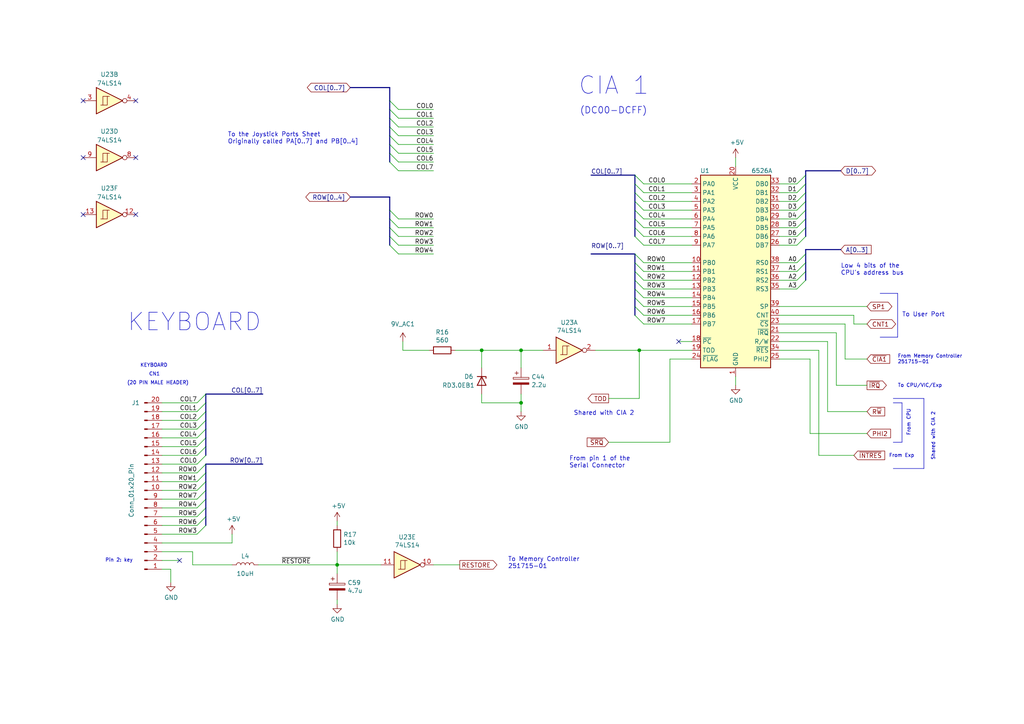
<source format=kicad_sch>
(kicad_sch (version 20230121) (generator eeschema)
  (paper "A4")
  (title_block (title "Commodore C64C - Assy 250469-01 Rev. A") (date "2023-04-02") (rev "2") (company "https://github.com/KicadRetroArchive") (comment 1 "KiCad schematic licensed under CERN-OHL-S") (comment 2 "WARNING: These schematics might contain errors!") (comment 3 "Author: Andrea Cisternino <andrea.cisternino@posteo.net>"))
  (lib_symbols
    (symbol "74xx:74LS14" (pin_names (offset 1.016))
      (property "Reference" "U" (at 0 1.27 0))
      (property "Value" "74LS14" (at 0 -1.27 0))
      (symbol "74LS14_1_0"
        (polyline (pts (xy -3.81 3.81) (xy -3.81 -3.81) (xy 3.81 0) (xy -3.81 3.81)) (stroke (width 0.254)) (fill (type background)))
        (pin input line (at -7.62 0 0) (length 3.81) (name "~") (number "1"))
        (pin output inverted (at 7.62 0 180) (length 3.81) (name "~") (number "2"))
      )
      (symbol "74LS14_1_1"
        (polyline (pts (xy -1.905 -1.27) (xy -1.905 1.27) (xy -0.635 1.27)))
        (polyline (pts (xy -2.54 -1.27) (xy -0.635 -1.27) (xy -0.635 1.27) (xy 0 1.27)))
      )
      (symbol "74LS14_2_0"
        (polyline (pts (xy -3.81 3.81) (xy -3.81 -3.81) (xy 3.81 0) (xy -3.81 3.81)) (stroke (width 0.254)) (fill (type background)))
        (pin input line (at -7.62 0 0) (length 3.81) (name "~") (number "3"))
        (pin output inverted (at 7.62 0 180) (length 3.81) (name "~") (number "4"))
      )
      (symbol "74LS14_2_1"
        (polyline (pts (xy -1.905 -1.27) (xy -1.905 1.27) (xy -0.635 1.27)))
        (polyline (pts (xy -2.54 -1.27) (xy -0.635 -1.27) (xy -0.635 1.27) (xy 0 1.27)))
      )
      (symbol "74LS14_3_0"
        (polyline (pts (xy -3.81 3.81) (xy -3.81 -3.81) (xy 3.81 0) (xy -3.81 3.81)) (stroke (width 0.254)) (fill (type background)))
        (pin input line (at -7.62 0 0) (length 3.81) (name "~") (number "5"))
        (pin output inverted (at 7.62 0 180) (length 3.81) (name "~") (number "6"))
      )
      (symbol "74LS14_3_1"
        (polyline (pts (xy -1.905 -1.27) (xy -1.905 1.27) (xy -0.635 1.27)))
        (polyline (pts (xy -2.54 -1.27) (xy -0.635 -1.27) (xy -0.635 1.27) (xy 0 1.27)))
      )
      (symbol "74LS14_4_0"
        (polyline (pts (xy -3.81 3.81) (xy -3.81 -3.81) (xy 3.81 0) (xy -3.81 3.81)) (stroke (width 0.254)) (fill (type background)))
        (pin output inverted (at 7.62 0 180) (length 3.81) (name "~") (number "8"))
        (pin input line (at -7.62 0 0) (length 3.81) (name "~") (number "9"))
      )
      (symbol "74LS14_4_1"
        (polyline (pts (xy -1.905 -1.27) (xy -1.905 1.27) (xy -0.635 1.27)))
        (polyline (pts (xy -2.54 -1.27) (xy -0.635 -1.27) (xy -0.635 1.27) (xy 0 1.27)))
      )
      (symbol "74LS14_5_0"
        (polyline (pts (xy -3.81 3.81) (xy -3.81 -3.81) (xy 3.81 0) (xy -3.81 3.81)) (stroke (width 0.254)) (fill (type background)))
        (pin output inverted (at 7.62 0 180) (length 3.81) (name "~") (number "10"))
        (pin input line (at -7.62 0 0) (length 3.81) (name "~") (number "11"))
      )
      (symbol "74LS14_5_1"
        (polyline (pts (xy -1.905 -1.27) (xy -1.905 1.27) (xy -0.635 1.27)))
        (polyline (pts (xy -2.54 -1.27) (xy -0.635 -1.27) (xy -0.635 1.27) (xy 0 1.27)))
      )
      (symbol "74LS14_6_0"
        (polyline (pts (xy -3.81 3.81) (xy -3.81 -3.81) (xy 3.81 0) (xy -3.81 3.81)) (stroke (width 0.254)) (fill (type background)))
        (pin output inverted (at 7.62 0 180) (length 3.81) (name "~") (number "12"))
        (pin input line (at -7.62 0 0) (length 3.81) (name "~") (number "13"))
      )
      (symbol "74LS14_6_1"
        (polyline (pts (xy -1.905 -1.27) (xy -1.905 1.27) (xy -0.635 1.27)))
        (polyline (pts (xy -2.54 -1.27) (xy -0.635 -1.27) (xy -0.635 1.27) (xy 0 1.27)))
      )
      (symbol "74LS14_7_0"
        (pin power_in line (at 0 12.7 270) (length 5.08) (name "VCC") (number "14"))
        (pin power_in line (at 0 -12.7 90) (length 5.08) (name "GND") (number "7"))
      )
      (symbol "74LS14_7_1"
        (rectangle (start -5.08 7.62) (end 5.08 -7.62) (stroke (width 0.254)) (fill (type background)))
      )
    )
    (symbol "C64-C-250469:9V_AC1" (power) (pin_names (offset 0))
      (property "Value" "9V_AC1" (at 0 3.556 0))
      (symbol "9V_AC1_0_1"
        (polyline (pts (xy -0.762 1.27) (xy 0 2.54)))
        (polyline (pts (xy 0 0) (xy 0 2.54)))
        (polyline (pts (xy 0 2.54) (xy 0.762 1.27)))
      )
      (symbol "9V_AC1_1_1"
        (pin power_in line (at 0 0 90) (length 0) hide (name "9V_AC1") (number "1"))
      )
    )
    (symbol "Connector:Conn_01x20_Pin" (pin_names (offset 1.016) hide)
      (property "Reference" "J" (at 0 25.4 0))
      (property "Value" "Conn_01x20_Pin" (at 0 -27.94 0))
      (symbol "Conn_01x20_Pin_1_1"
        (polyline (pts (xy 1.27 -25.4) (xy 0.8636 -25.4)) (stroke (width 0.1524)))
        (polyline (pts (xy 1.27 -22.86) (xy 0.8636 -22.86)) (stroke (width 0.1524)))
        (polyline (pts (xy 1.27 -20.32) (xy 0.8636 -20.32)) (stroke (width 0.1524)))
        (polyline (pts (xy 1.27 -17.78) (xy 0.8636 -17.78)) (stroke (width 0.1524)))
        (polyline (pts (xy 1.27 -15.24) (xy 0.8636 -15.24)) (stroke (width 0.1524)))
        (polyline (pts (xy 1.27 -12.7) (xy 0.8636 -12.7)) (stroke (width 0.1524)))
        (polyline (pts (xy 1.27 -10.16) (xy 0.8636 -10.16)) (stroke (width 0.1524)))
        (polyline (pts (xy 1.27 -7.62) (xy 0.8636 -7.62)) (stroke (width 0.1524)))
        (polyline (pts (xy 1.27 -5.08) (xy 0.8636 -5.08)) (stroke (width 0.1524)))
        (polyline (pts (xy 1.27 -2.54) (xy 0.8636 -2.54)) (stroke (width 0.1524)))
        (polyline (pts (xy 1.27 0) (xy 0.8636 0)) (stroke (width 0.1524)))
        (polyline (pts (xy 1.27 2.54) (xy 0.8636 2.54)) (stroke (width 0.1524)))
        (polyline (pts (xy 1.27 5.08) (xy 0.8636 5.08)) (stroke (width 0.1524)))
        (polyline (pts (xy 1.27 7.62) (xy 0.8636 7.62)) (stroke (width 0.1524)))
        (polyline (pts (xy 1.27 10.16) (xy 0.8636 10.16)) (stroke (width 0.1524)))
        (polyline (pts (xy 1.27 12.7) (xy 0.8636 12.7)) (stroke (width 0.1524)))
        (polyline (pts (xy 1.27 15.24) (xy 0.8636 15.24)) (stroke (width 0.1524)))
        (polyline (pts (xy 1.27 17.78) (xy 0.8636 17.78)) (stroke (width 0.1524)))
        (polyline (pts (xy 1.27 20.32) (xy 0.8636 20.32)) (stroke (width 0.1524)))
        (polyline (pts (xy 1.27 22.86) (xy 0.8636 22.86)) (stroke (width 0.1524)))
        (rectangle (start 0.8636 -25.273) (end 0 -25.527) (stroke (width 0.1524)) (fill (type outline)))
        (rectangle (start 0.8636 -22.733) (end 0 -22.987) (stroke (width 0.1524)) (fill (type outline)))
        (rectangle (start 0.8636 -20.193) (end 0 -20.447) (stroke (width 0.1524)) (fill (type outline)))
        (rectangle (start 0.8636 -17.653) (end 0 -17.907) (stroke (width 0.1524)) (fill (type outline)))
        (rectangle (start 0.8636 -15.113) (end 0 -15.367) (stroke (width 0.1524)) (fill (type outline)))
        (rectangle (start 0.8636 -12.573) (end 0 -12.827) (stroke (width 0.1524)) (fill (type outline)))
        (rectangle (start 0.8636 -10.033) (end 0 -10.287) (stroke (width 0.1524)) (fill (type outline)))
        (rectangle (start 0.8636 -7.493) (end 0 -7.747) (stroke (width 0.1524)) (fill (type outline)))
        (rectangle (start 0.8636 -4.953) (end 0 -5.207) (stroke (width 0.1524)) (fill (type outline)))
        (rectangle (start 0.8636 -2.413) (end 0 -2.667) (stroke (width 0.1524)) (fill (type outline)))
        (rectangle (start 0.8636 0.127) (end 0 -0.127) (stroke (width 0.1524)) (fill (type outline)))
        (rectangle (start 0.8636 2.667) (end 0 2.413) (stroke (width 0.1524)) (fill (type outline)))
        (rectangle (start 0.8636 5.207) (end 0 4.953) (stroke (width 0.1524)) (fill (type outline)))
        (rectangle (start 0.8636 7.747) (end 0 7.493) (stroke (width 0.1524)) (fill (type outline)))
        (rectangle (start 0.8636 10.287) (end 0 10.033) (stroke (width 0.1524)) (fill (type outline)))
        (rectangle (start 0.8636 12.827) (end 0 12.573) (stroke (width 0.1524)) (fill (type outline)))
        (rectangle (start 0.8636 15.367) (end 0 15.113) (stroke (width 0.1524)) (fill (type outline)))
        (rectangle (start 0.8636 17.907) (end 0 17.653) (stroke (width 0.1524)) (fill (type outline)))
        (rectangle (start 0.8636 20.447) (end 0 20.193) (stroke (width 0.1524)) (fill (type outline)))
        (rectangle (start 0.8636 22.987) (end 0 22.733) (stroke (width 0.1524)) (fill (type outline)))
        (pin passive line (at 5.08 22.86 180) (length 3.81) (name "Pin_1") (number "1"))
        (pin passive line (at 5.08 0 180) (length 3.81) (name "Pin_10") (number "10"))
        (pin passive line (at 5.08 -2.54 180) (length 3.81) (name "Pin_11") (number "11"))
        (pin passive line (at 5.08 -5.08 180) (length 3.81) (name "Pin_12") (number "12"))
        (pin passive line (at 5.08 -7.62 180) (length 3.81) (name "Pin_13") (number "13"))
        (pin passive line (at 5.08 -10.16 180) (length 3.81) (name "Pin_14") (number "14"))
        (pin passive line (at 5.08 -12.7 180) (length 3.81) (name "Pin_15") (number "15"))
        (pin passive line (at 5.08 -15.24 180) (length 3.81) (name "Pin_16") (number "16"))
        (pin passive line (at 5.08 -17.78 180) (length 3.81) (name "Pin_17") (number "17"))
        (pin passive line (at 5.08 -20.32 180) (length 3.81) (name "Pin_18") (number "18"))
        (pin passive line (at 5.08 -22.86 180) (length 3.81) (name "Pin_19") (number "19"))
        (pin passive line (at 5.08 20.32 180) (length 3.81) (name "Pin_2") (number "2"))
        (pin passive line (at 5.08 -25.4 180) (length 3.81) (name "Pin_20") (number "20"))
        (pin passive line (at 5.08 17.78 180) (length 3.81) (name "Pin_3") (number "3"))
        (pin passive line (at 5.08 15.24 180) (length 3.81) (name "Pin_4") (number "4"))
        (pin passive line (at 5.08 12.7 180) (length 3.81) (name "Pin_5") (number "5"))
        (pin passive line (at 5.08 10.16 180) (length 3.81) (name "Pin_6") (number "6"))
        (pin passive line (at 5.08 7.62 180) (length 3.81) (name "Pin_7") (number "7"))
        (pin passive line (at 5.08 5.08 180) (length 3.81) (name "Pin_8") (number "8"))
        (pin passive line (at 5.08 2.54 180) (length 3.81) (name "Pin_9") (number "9"))
      )
    )
    (symbol "Device:C_Polarized" (pin_numbers hide) (pin_names (offset 0.254))
      (property "Reference" "C" (at 0.635 2.54 0))
      (property "Value" "C_Polarized" (at 0.635 -2.54 0))
      (symbol "C_Polarized_0_1"
        (rectangle (start -2.286 0.508) (end 2.286 1.016))
        (polyline (pts (xy -1.778 2.286) (xy -0.762 2.286)))
        (polyline (pts (xy -1.27 2.794) (xy -1.27 1.778)))
        (rectangle (start 2.286 -0.508) (end -2.286 -1.016) (fill (type outline)))
      )
      (symbol "C_Polarized_1_1"
        (pin passive line (at 0 3.81 270) (length 2.794) (name "~") (number "1"))
        (pin passive line (at 0 -3.81 90) (length 2.794) (name "~") (number "2"))
      )
    )
    (symbol "Device:L" (pin_numbers hide) (pin_names (offset 1.016) hide)
      (property "Reference" "L" (at -1.27 0 90))
      (property "Value" "L" (at 1.905 0 90))
      (symbol "L_0_1"
        (arc (start 0 -2.54) (mid 0.6323 -1.905) (end 0 -1.27))
        (arc (start 0 -1.27) (mid 0.6323 -0.635) (end 0 0))
        (arc (start 0 0) (mid 0.6323 0.635) (end 0 1.27))
        (arc (start 0 1.27) (mid 0.6323 1.905) (end 0 2.54))
      )
      (symbol "L_1_1"
        (pin passive line (at 0 3.81 270) (length 1.27) (name "1") (number "1"))
        (pin passive line (at 0 -3.81 90) (length 1.27) (name "2") (number "2"))
      )
    )
    (symbol "Device:R" (pin_numbers hide) (pin_names (offset 0))
      (property "Reference" "R" (at 2.032 0 90))
      (property "Value" "R" (at 0 0 90))
      (symbol "R_0_1"
        (rectangle (start -1.016 -2.54) (end 1.016 2.54) (stroke (width 0.254)))
      )
      (symbol "R_1_1"
        (pin passive line (at 0 3.81 270) (length 1.27) (name "~") (number "1"))
        (pin passive line (at 0 -3.81 90) (length 1.27) (name "~") (number "2"))
      )
    )
    (symbol "krl_Diode:RD3.0EB1" (pin_numbers hide) (pin_names (offset 1.016) hide)
      (property "Reference" "D" (at 0 2.54 0))
      (property "Value" "RD3.0EB1" (at 0 -2.54 0))
      (symbol "RD3.0EB1_0_1"
        (polyline (pts (xy 1.27 0) (xy -1.27 0)))
        (polyline (pts (xy -1.27 -1.27) (xy -1.27 1.27) (xy -0.762 1.27)) (stroke (width 0.254)))
        (polyline (pts (xy 1.27 -1.27) (xy 1.27 1.27) (xy -1.27 0) (xy 1.27 -1.27)) (stroke (width 0.254)))
      )
      (symbol "RD3.0EB1_1_1"
        (pin passive line (at -3.81 0 0) (length 2.54) (name "K") (number "1"))
        (pin passive line (at 3.81 0 180) (length 2.54) (name "A") (number "2"))
      )
    )
    (symbol "krl_MOS-Technology:6526A"
      (property "Reference" "U" (at -10.16 29.21 0))
      (property "Value" "6526A" (at 7.62 29.21 0))
      (symbol "6526A_0_0"
        (pin power_in line (at 0 -30.48 90) (length 2.54) (name "GND") (number "1"))
        (pin bidirectional line (at -12.7 2.54 0) (length 2.54) (name "PB0") (number "10"))
        (pin bidirectional line (at -12.7 0 0) (length 2.54) (name "PB1") (number "11"))
        (pin bidirectional line (at -12.7 -2.54 0) (length 2.54) (name "PB2") (number "12"))
        (pin bidirectional line (at -12.7 -5.08 0) (length 2.54) (name "PB3") (number "13"))
        (pin bidirectional line (at -12.7 -7.62 0) (length 2.54) (name "PB4") (number "14"))
        (pin bidirectional line (at -12.7 -10.16 0) (length 2.54) (name "PB5") (number "15"))
        (pin bidirectional line (at -12.7 -12.7 0) (length 2.54) (name "PB6") (number "16"))
        (pin bidirectional line (at -12.7 -15.24 0) (length 2.54) (name "PB7") (number "17"))
        (pin output line (at -12.7 -20.32 0) (length 2.54) (name "~{PC}") (number "18"))
        (pin input line (at -12.7 -22.86 0) (length 2.54) (name "TOD") (number "19"))
        (pin bidirectional line (at -12.7 25.4 0) (length 2.54) (name "PA0") (number "2"))
        (pin power_in line (at 0 30.48 270) (length 2.54) (name "VCC") (number "20"))
        (pin open_collector line (at 12.7 -17.78 180) (length 2.54) (name "~{IRQ}") (number "21"))
        (pin input line (at 12.7 -20.32 180) (length 2.54) (name "R/W") (number "22"))
        (pin input line (at 12.7 -15.24 180) (length 2.54) (name "~{CS}") (number "23"))
        (pin input line (at -12.7 -25.4 0) (length 2.54) (name "~{FLAG}") (number "24"))
        (pin input line (at 12.7 -25.4 180) (length 2.54) (name "PHI2") (number "25"))
        (pin bidirectional line (at 12.7 7.62 180) (length 2.54) (name "DB7") (number "26"))
        (pin bidirectional line (at 12.7 10.16 180) (length 2.54) (name "DB6") (number "27"))
        (pin bidirectional line (at 12.7 12.7 180) (length 2.54) (name "DB5") (number "28"))
        (pin bidirectional line (at 12.7 15.24 180) (length 2.54) (name "DB4") (number "29"))
        (pin bidirectional line (at -12.7 22.86 0) (length 2.54) (name "PA1") (number "3"))
        (pin bidirectional line (at 12.7 17.78 180) (length 2.54) (name "DB3") (number "30"))
        (pin bidirectional line (at 12.7 20.32 180) (length 2.54) (name "DB2") (number "31"))
        (pin bidirectional line (at 12.7 22.86 180) (length 2.54) (name "DB1") (number "32"))
        (pin bidirectional line (at 12.7 25.4 180) (length 2.54) (name "DB0") (number "33"))
        (pin input line (at 12.7 -22.86 180) (length 2.54) (name "~{RES}") (number "34"))
        (pin input line (at 12.7 -5.08 180) (length 2.54) (name "RS3") (number "35"))
        (pin input line (at 12.7 -2.54 180) (length 2.54) (name "RS2") (number "36"))
        (pin input line (at 12.7 0 180) (length 2.54) (name "RS1") (number "37"))
        (pin input line (at 12.7 2.54 180) (length 2.54) (name "RS0") (number "38"))
        (pin bidirectional line (at 12.7 -10.16 180) (length 2.54) (name "SP") (number "39"))
        (pin bidirectional line (at -12.7 20.32 0) (length 2.54) (name "PA2") (number "4"))
        (pin bidirectional line (at 12.7 -12.7 180) (length 2.54) (name "CNT") (number "40"))
        (pin bidirectional line (at -12.7 17.78 0) (length 2.54) (name "PA3") (number "5"))
        (pin bidirectional line (at -12.7 15.24 0) (length 2.54) (name "PA4") (number "6"))
        (pin bidirectional line (at -12.7 12.7 0) (length 2.54) (name "PA5") (number "7"))
        (pin bidirectional line (at -12.7 10.16 0) (length 2.54) (name "PA6") (number "8"))
        (pin bidirectional line (at -12.7 7.62 0) (length 2.54) (name "PA7") (number "9"))
      )
      (symbol "6526A_0_1"
        (rectangle (start -10.16 27.94) (end 10.16 -27.94) (stroke (width 0.254)) (fill (type background)))
      )
    )
    (symbol "power:+5V" (power) (pin_names (offset 0))
      (property "Value" "+5V" (at 0 3.556 0))
      (symbol "+5V_0_1"
        (polyline (pts (xy -0.762 1.27) (xy 0 2.54)))
        (polyline (pts (xy 0 0) (xy 0 2.54)))
        (polyline (pts (xy 0 2.54) (xy 0.762 1.27)))
      )
      (symbol "+5V_1_1"
        (pin power_in line (at 0 0 90) (length 0) hide (name "+5V") (number "1"))
      )
    )
    (symbol "power:GND" (power) (pin_names (offset 0))
      (property "Value" "GND" (at 0 -3.81 0))
      (symbol "GND_0_1"
        (polyline (pts (xy 0 0) (xy 0 -1.27) (xy 1.27 -1.27) (xy 0 -2.54) (xy -1.27 -1.27) (xy 0 -1.27)))
      )
      (symbol "GND_1_1"
        (pin power_in line (at 0 0 270) (length 0) hide (name "GND") (number "1"))
      )
    )
  )
  (junction (at 185.42 101.6))
  (junction (at 151.13 116.84))
  (junction (at 97.79 163.83))
  (junction (at 151.13 101.6))
  (junction (at 139.7 101.6))
  (no_connect (at 24.13 29.21))
  (no_connect (at 39.37 62.23))
  (no_connect (at 52.07 162.56))
  (no_connect (at 24.13 45.72))
  (no_connect (at 39.37 29.21))
  (no_connect (at 196.85 99.06))
  (no_connect (at 39.37 45.72))
  (no_connect (at 24.13 62.23))
  (bus_entry (at 184.15 83.82) (size 2.54 2.54))
  (bus_entry (at 184.15 81.28) (size 2.54 2.54))
  (bus_entry (at 57.15 144.78) (size 2.54 -2.54))
  (bus_entry (at 231.14 55.88) (size 2.54 -2.54))
  (bus_entry (at 113.03 71.12) (size 2.54 2.54))
  (bus_entry (at 113.03 46.99) (size 2.54 2.54))
  (bus_entry (at 184.15 73.66) (size 2.54 2.54))
  (bus_entry (at 231.14 81.28) (size 2.54 -2.54))
  (bus_entry (at 57.15 147.32) (size 2.54 -2.54))
  (bus_entry (at 113.03 29.21) (size 2.54 2.54))
  (bus_entry (at 184.15 53.34) (size 2.54 2.54))
  (bus_entry (at 231.14 78.74) (size 2.54 -2.54))
  (bus_entry (at 57.15 142.24) (size 2.54 -2.54))
  (bus_entry (at 184.15 88.9) (size 2.54 2.54))
  (bus_entry (at 57.15 149.86) (size 2.54 -2.54))
  (bus_entry (at 231.14 76.2) (size 2.54 -2.54))
  (bus_entry (at 184.15 58.42) (size 2.54 2.54))
  (bus_entry (at 57.15 121.92) (size 2.54 -2.54))
  (bus_entry (at 231.14 71.12) (size 2.54 -2.54))
  (bus_entry (at 231.14 53.34) (size 2.54 -2.54))
  (bus_entry (at 184.15 50.8) (size 2.54 2.54))
  (bus_entry (at 231.14 68.58) (size 2.54 -2.54))
  (bus_entry (at 184.15 66.04) (size 2.54 2.54))
  (bus_entry (at 113.03 39.37) (size 2.54 2.54))
  (bus_entry (at 113.03 36.83) (size 2.54 2.54))
  (bus_entry (at 231.14 63.5) (size 2.54 -2.54))
  (bus_entry (at 184.15 60.96) (size 2.54 2.54))
  (bus_entry (at 231.14 66.04) (size 2.54 -2.54))
  (bus_entry (at 113.03 66.04) (size 2.54 2.54))
  (bus_entry (at 113.03 31.75) (size 2.54 2.54))
  (bus_entry (at 184.15 76.2) (size 2.54 2.54))
  (bus_entry (at 113.03 63.5) (size 2.54 2.54))
  (bus_entry (at 184.15 91.44) (size 2.54 2.54))
  (bus_entry (at 113.03 60.96) (size 2.54 2.54))
  (bus_entry (at 184.15 63.5) (size 2.54 2.54))
  (bus_entry (at 184.15 78.74) (size 2.54 2.54))
  (bus_entry (at 57.15 152.4) (size 2.54 -2.54))
  (bus_entry (at 59.69 152.4) (size -2.54 2.54))
  (bus_entry (at 184.15 68.58) (size 2.54 2.54))
  (bus_entry (at 231.14 58.42) (size 2.54 -2.54))
  (bus_entry (at 57.15 116.84) (size 2.54 -2.54))
  (bus_entry (at 57.15 137.16) (size 2.54 -2.54))
  (bus_entry (at 57.15 127) (size 2.54 -2.54))
  (bus_entry (at 57.15 129.54) (size 2.54 -2.54))
  (bus_entry (at 113.03 41.91) (size 2.54 2.54))
  (bus_entry (at 113.03 68.58) (size 2.54 2.54))
  (bus_entry (at 231.14 60.96) (size 2.54 -2.54))
  (bus_entry (at 113.03 44.45) (size 2.54 2.54))
  (bus_entry (at 231.14 83.82) (size 2.54 -2.54))
  (bus_entry (at 184.15 55.88) (size 2.54 2.54))
  (bus_entry (at 57.15 119.38) (size 2.54 -2.54))
  (bus_entry (at 57.15 124.46) (size 2.54 -2.54))
  (bus_entry (at 184.15 86.36) (size 2.54 2.54))
  (bus_entry (at 113.03 34.29) (size 2.54 2.54))
  (bus_entry (at 57.15 132.08) (size 2.54 -2.54))
  (bus_entry (at 57.15 139.7) (size 2.54 -2.54))
  (bus_entry (at 57.15 134.62) (size 2.54 -2.54))
  (wire (pts (xy 46.99 162.56) (xy 52.07 162.56)))
  (wire (pts (xy 226.06 53.34) (xy 231.14 53.34)))
  (bus (pts (xy 184.15 73.66) (xy 184.15 76.2)))
  (wire (pts (xy 46.99 132.08) (xy 57.15 132.08)))
  (wire (pts (xy 186.69 71.12) (xy 200.66 71.12)))
  (wire (pts (xy 132.08 101.6) (xy 139.7 101.6)))
  (bus (pts (xy 113.03 31.75) (xy 113.03 34.29)))
  (polyline (pts (xy 261.62 116.84) (xy 261.62 128.27)))
  (wire (pts (xy 139.7 114.3) (xy 139.7 116.84)))
  (wire (pts (xy 226.06 68.58) (xy 231.14 68.58)))
  (wire (pts (xy 46.99 137.16) (xy 57.15 137.16)))
  (wire (pts (xy 186.69 78.74) (xy 200.66 78.74)))
  (polyline (pts (xy 267.97 135.89) (xy 267.97 115.57)))
  (wire (pts (xy 186.69 60.96) (xy 200.66 60.96)))
  (wire (pts (xy 213.36 109.22) (xy 213.36 111.76)))
  (wire (pts (xy 226.06 58.42) (xy 231.14 58.42)))
  (wire (pts (xy 186.69 88.9) (xy 200.66 88.9)))
  (wire (pts (xy 186.69 53.34) (xy 200.66 53.34)))
  (wire (pts (xy 213.36 45.72) (xy 213.36 48.26)))
  (bus (pts (xy 59.69 124.46) (xy 59.69 127)))
  (bus (pts (xy 113.03 34.29) (xy 113.03 36.83)))
  (bus (pts (xy 59.69 149.86) (xy 59.69 152.4)))
  (wire (pts (xy 115.57 63.5) (xy 125.73 63.5)))
  (bus (pts (xy 233.68 50.8) (xy 233.68 53.34)))
  (wire (pts (xy 46.99 147.32) (xy 57.15 147.32)))
  (bus (pts (xy 113.03 41.91) (xy 113.03 44.45)))
  (wire (pts (xy 115.57 46.99) (xy 125.73 46.99)))
  (bus (pts (xy 233.68 53.34) (xy 233.68 55.88)))
  (wire (pts (xy 186.69 55.88) (xy 200.66 55.88)))
  (wire (pts (xy 226.06 93.98) (xy 245.11 93.98)))
  (wire (pts (xy 115.57 36.83) (xy 125.73 36.83)))
  (wire (pts (xy 185.42 101.6) (xy 200.66 101.6)))
  (wire (pts (xy 186.69 81.28) (xy 200.66 81.28)))
  (bus (pts (xy 59.69 134.62) (xy 76.2 134.62)))
  (wire (pts (xy 115.57 39.37) (xy 125.73 39.37)))
  (wire (pts (xy 115.57 66.04) (xy 125.73 66.04)))
  (bus (pts (xy 113.03 36.83) (xy 113.03 39.37)))
  (wire (pts (xy 139.7 116.84) (xy 151.13 116.84)))
  (wire (pts (xy 46.99 165.1) (xy 49.53 165.1)))
  (wire (pts (xy 151.13 114.3) (xy 151.13 116.84)))
  (bus (pts (xy 184.15 86.36) (xy 184.15 88.9)))
  (bus (pts (xy 59.69 121.92) (xy 59.69 124.46)))
  (wire (pts (xy 194.31 104.14) (xy 194.31 128.27)))
  (wire (pts (xy 186.69 58.42) (xy 200.66 58.42)))
  (wire (pts (xy 226.06 76.2) (xy 231.14 76.2)))
  (wire (pts (xy 46.99 139.7) (xy 57.15 139.7)))
  (bus (pts (xy 184.15 78.74) (xy 184.15 81.28)))
  (bus (pts (xy 184.15 83.82) (xy 184.15 86.36)))
  (wire (pts (xy 46.99 152.4) (xy 57.15 152.4)))
  (wire (pts (xy 115.57 44.45) (xy 125.73 44.45)))
  (bus (pts (xy 113.03 63.5) (xy 113.03 66.04)))
  (wire (pts (xy 186.69 76.2) (xy 200.66 76.2)))
  (wire (pts (xy 46.99 142.24) (xy 57.15 142.24)))
  (wire (pts (xy 115.57 73.66) (xy 125.73 73.66)))
  (wire (pts (xy 67.31 157.48) (xy 67.31 154.94)))
  (bus (pts (xy 113.03 44.45) (xy 113.03 46.99)))
  (wire (pts (xy 74.93 163.83) (xy 97.79 163.83)))
  (bus (pts (xy 59.69 127) (xy 59.69 129.54)))
  (wire (pts (xy 226.06 99.06) (xy 240.03 99.06)))
  (wire (pts (xy 46.99 121.92) (xy 57.15 121.92)))
  (wire (pts (xy 55.88 160.02) (xy 55.88 163.83)))
  (wire (pts (xy 242.57 96.52) (xy 242.57 111.76)))
  (wire (pts (xy 226.06 91.44) (xy 247.65 91.44)))
  (bus (pts (xy 184.15 50.8) (xy 184.15 53.34)))
  (wire (pts (xy 186.69 83.82) (xy 200.66 83.82)))
  (wire (pts (xy 46.99 160.02) (xy 55.88 160.02)))
  (wire (pts (xy 46.99 127) (xy 57.15 127)))
  (wire (pts (xy 151.13 106.68) (xy 151.13 101.6)))
  (bus (pts (xy 233.68 55.88) (xy 233.68 58.42)))
  (wire (pts (xy 116.84 101.6) (xy 124.46 101.6)))
  (wire (pts (xy 46.99 129.54) (xy 57.15 129.54)))
  (wire (pts (xy 234.95 125.73) (xy 251.46 125.73)))
  (wire (pts (xy 186.69 66.04) (xy 200.66 66.04)))
  (wire (pts (xy 237.49 101.6) (xy 237.49 132.08)))
  (wire (pts (xy 185.42 115.57) (xy 185.42 101.6)))
  (bus (pts (xy 233.68 72.39) (xy 243.84 72.39)))
  (polyline (pts (xy 267.97 115.57) (xy 259.08 115.57)))
  (bus (pts (xy 113.03 25.4) (xy 113.03 29.21)))
  (wire (pts (xy 115.57 34.29) (xy 125.73 34.29)))
  (wire (pts (xy 226.06 60.96) (xy 231.14 60.96)))
  (wire (pts (xy 226.06 55.88) (xy 231.14 55.88)))
  (wire (pts (xy 240.03 119.38) (xy 251.46 119.38)))
  (wire (pts (xy 226.06 66.04) (xy 231.14 66.04)))
  (wire (pts (xy 115.57 49.53) (xy 125.73 49.53)))
  (bus (pts (xy 233.68 49.53) (xy 233.68 50.8)))
  (wire (pts (xy 194.31 104.14) (xy 200.66 104.14)))
  (wire (pts (xy 97.79 163.83) (xy 110.49 163.83)))
  (wire (pts (xy 115.57 31.75) (xy 125.73 31.75)))
  (wire (pts (xy 55.88 163.83) (xy 67.31 163.83)))
  (bus (pts (xy 184.15 88.9) (xy 184.15 91.44)))
  (bus (pts (xy 233.68 63.5) (xy 233.68 66.04)))
  (wire (pts (xy 226.06 81.28) (xy 231.14 81.28)))
  (bus (pts (xy 59.69 119.38) (xy 59.69 121.92)))
  (wire (pts (xy 247.65 91.44) (xy 247.65 93.98)))
  (bus (pts (xy 113.03 68.58) (xy 113.03 71.12)))
  (bus (pts (xy 233.68 49.53) (xy 243.84 49.53)))
  (wire (pts (xy 172.72 101.6) (xy 185.42 101.6)))
  (wire (pts (xy 46.99 157.48) (xy 67.31 157.48)))
  (bus (pts (xy 101.6 57.15) (xy 113.03 57.15)))
  (wire (pts (xy 245.11 104.14) (xy 251.46 104.14)))
  (bus (pts (xy 184.15 58.42) (xy 184.15 60.96)))
  (wire (pts (xy 196.85 99.06) (xy 200.66 99.06)))
  (wire (pts (xy 139.7 106.68) (xy 139.7 101.6)))
  (wire (pts (xy 237.49 132.08) (xy 247.65 132.08)))
  (bus (pts (xy 171.45 73.66) (xy 184.15 73.66)))
  (bus (pts (xy 59.69 114.3) (xy 59.69 116.84)))
  (wire (pts (xy 186.69 91.44) (xy 200.66 91.44)))
  (bus (pts (xy 59.69 144.78) (xy 59.69 147.32)))
  (wire (pts (xy 97.79 152.4) (xy 97.79 151.13)))
  (wire (pts (xy 49.53 165.1) (xy 49.53 168.91)))
  (wire (pts (xy 186.69 86.36) (xy 200.66 86.36)))
  (bus (pts (xy 113.03 66.04) (xy 113.03 68.58)))
  (bus (pts (xy 233.68 72.39) (xy 233.68 73.66)))
  (bus (pts (xy 113.03 57.15) (xy 113.03 60.96)))
  (wire (pts (xy 46.99 154.94) (xy 57.15 154.94)))
  (wire (pts (xy 176.53 115.57) (xy 185.42 115.57)))
  (wire (pts (xy 97.79 163.83) (xy 97.79 160.02)))
  (bus (pts (xy 59.69 142.24) (xy 59.69 144.78)))
  (bus (pts (xy 101.6 25.4) (xy 113.03 25.4)))
  (bus (pts (xy 184.15 76.2) (xy 184.15 78.74)))
  (bus (pts (xy 59.69 114.3) (xy 76.2 114.3)))
  (bus (pts (xy 233.68 60.96) (xy 233.68 63.5)))
  (polyline (pts (xy 255.27 85.09) (xy 260.35 85.09)))
  (wire (pts (xy 234.95 104.14) (xy 234.95 125.73)))
  (bus (pts (xy 233.68 73.66) (xy 233.68 76.2)))
  (wire (pts (xy 151.13 101.6) (xy 157.48 101.6)))
  (wire (pts (xy 242.57 111.76) (xy 251.46 111.76)))
  (polyline (pts (xy 260.35 85.09) (xy 260.35 97.79)))
  (polyline (pts (xy 260.35 97.79) (xy 255.27 97.79)))
  (wire (pts (xy 186.69 68.58) (xy 200.66 68.58)))
  (wire (pts (xy 226.06 104.14) (xy 234.95 104.14)))
  (bus (pts (xy 184.15 63.5) (xy 184.15 66.04)))
  (polyline (pts (xy 259.08 116.84) (xy 261.62 116.84)))
  (wire (pts (xy 97.79 166.37) (xy 97.79 163.83)))
  (bus (pts (xy 184.15 66.04) (xy 184.15 68.58)))
  (bus (pts (xy 184.15 81.28) (xy 184.15 83.82)))
  (wire (pts (xy 46.99 134.62) (xy 57.15 134.62)))
  (bus (pts (xy 113.03 60.96) (xy 113.03 63.5)))
  (polyline (pts (xy 267.97 135.89) (xy 259.08 135.89)))
  (wire (pts (xy 240.03 99.06) (xy 240.03 119.38)))
  (wire (pts (xy 226.06 71.12) (xy 231.14 71.12)))
  (bus (pts (xy 59.69 147.32) (xy 59.69 149.86)))
  (bus (pts (xy 59.69 129.54) (xy 59.69 132.08)))
  (bus (pts (xy 233.68 78.74) (xy 233.68 81.28)))
  (wire (pts (xy 247.65 93.98) (xy 251.46 93.98)))
  (wire (pts (xy 139.7 101.6) (xy 151.13 101.6)))
  (wire (pts (xy 226.06 83.82) (xy 231.14 83.82)))
  (wire (pts (xy 115.57 71.12) (xy 125.73 71.12)))
  (wire (pts (xy 46.99 124.46) (xy 57.15 124.46)))
  (wire (pts (xy 46.99 149.86) (xy 57.15 149.86)))
  (wire (pts (xy 151.13 116.84) (xy 151.13 119.38)))
  (bus (pts (xy 171.45 50.8) (xy 184.15 50.8)))
  (bus (pts (xy 184.15 60.96) (xy 184.15 63.5)))
  (wire (pts (xy 115.57 41.91) (xy 125.73 41.91)))
  (wire (pts (xy 186.69 93.98) (xy 200.66 93.98)))
  (bus (pts (xy 233.68 76.2) (xy 233.68 78.74)))
  (bus (pts (xy 184.15 53.34) (xy 184.15 55.88)))
  (wire (pts (xy 226.06 101.6) (xy 237.49 101.6)))
  (bus (pts (xy 59.69 139.7) (xy 59.69 142.24)))
  (wire (pts (xy 46.99 144.78) (xy 57.15 144.78)))
  (wire (pts (xy 226.06 96.52) (xy 242.57 96.52)))
  (wire (pts (xy 115.57 68.58) (xy 125.73 68.58)))
  (bus (pts (xy 59.69 134.62) (xy 59.69 137.16)))
  (wire (pts (xy 245.11 93.98) (xy 245.11 104.14)))
  (wire (pts (xy 194.31 128.27) (xy 176.53 128.27)))
  (bus (pts (xy 113.03 39.37) (xy 113.03 41.91)))
  (wire (pts (xy 186.69 63.5) (xy 200.66 63.5)))
  (wire (pts (xy 46.99 116.84) (xy 57.15 116.84)))
  (wire (pts (xy 226.06 88.9) (xy 251.46 88.9)))
  (bus (pts (xy 233.68 66.04) (xy 233.68 68.58)))
  (wire (pts (xy 125.73 163.83) (xy 133.35 163.83)))
  (wire (pts (xy 97.79 173.99) (xy 97.79 175.26)))
  (wire (pts (xy 226.06 78.74) (xy 231.14 78.74)))
  (bus (pts (xy 59.69 116.84) (xy 59.69 119.38)))
  (bus (pts (xy 233.68 58.42) (xy 233.68 60.96)))
  (bus (pts (xy 59.69 137.16) (xy 59.69 139.7)))
  (wire (pts (xy 46.99 119.38) (xy 57.15 119.38)))
  (bus (pts (xy 184.15 55.88) (xy 184.15 58.42)))
  (wire (pts (xy 226.06 63.5) (xy 231.14 63.5)))
  (polyline (pts (xy 261.62 128.27) (xy 259.08 128.27)))
  (bus (pts (xy 113.03 29.21) (xy 113.03 31.75)))
  (wire (pts (xy 116.84 101.6) (xy 116.84 99.06)))
  (text "KEYBOARD" (at 40.64 106.68 0) (effects (font (size 1.016 1.016)) (justify left bottom)))
  (text "Shared with CIA 2" (at 166.37 120.65 0) (effects (font (size 1.27 1.27)) (justify left bottom)))
  (text "(DC00-DCFF)" (at 168.148 33.274 0) (effects (font (size 1.905 1.905)) (justify left bottom)))
  (text "To the Joystick Ports Sheet\nOriginally called PA[0..7] and PB[0..4]" (at 66.04 41.91 0) (effects (font (size 1.27 1.27)) (justify left bottom)))
  (text "KEYBOARD" (at 36.83 96.52 0) (effects (font (size 5.08 5.08)) (justify left bottom)))
  (text "From Exp" (at 257.81 132.842 0) (effects (font (size 1.016 1.016)) (justify left bottom)))
  (text "From pin 1 of the\nSerial Connector" (at 165.1 135.89 0) (effects (font (size 1.27 1.27)) (justify left bottom)))
  (text "To Memory Controller\n251715-01" (at 147.32 165.1 0) (effects (font (size 1.27 1.27)) (justify left bottom)))
  (text "(20 PIN MALE HEADER)" (at 36.83 111.76 0) (effects (font (size 1.016 1.016)) (justify left bottom)))
  (text "From CPU" (at 264.16 126.492 90) (effects (font (size 1.016 1.016)) (justify left bottom)))
  (text "Shared with CIA 2" (at 271.272 133.604 90) (effects (font (size 1.016 1.016)) (justify left bottom)))
  (text "Pin 2: key" (at 30.48 163.195 0) (effects (font (size 1.016 1.016)) (justify left bottom)))
  (text "To User Port" (at 261.62 92.075 0) (effects (font (size 1.27 1.27)) (justify left bottom)))
  (text "CN1" (at 43.18 109.22 0) (effects (font (size 1.016 1.016)) (justify left bottom)))
  (text "Low 4 bits of the\nCPU's address bus" (at 243.84 80.01 0) (effects (font (size 1.27 1.27)) (justify left bottom)))
  (text "To CPU/VIC/Exp" (at 260.35 112.522 0) (effects (font (size 1.016 1.016)) (justify left bottom)))
  (text "CIA 1" (at 167.64 27.94 0) (effects (font (size 5.08 5.08)) (justify left bottom)))
  (text "From Memory Controller\n251715-01" (at 260.35 105.664 0) (effects (font (size 1.016 1.016)) (justify left bottom)))
  (label "COL5" (at 125.73 44.45 180))
  (label "ROW6" (at 193.04 91.44 180))
  (label "D0" (at 231.14 53.34 180))
  (label "COL6" (at 193.04 68.58 180))
  (label "COL1" (at 125.73 34.29 180))
  (label "ROW7" (at 193.04 93.98 180))
  (label "COL3" (at 57.15 124.46 180))
  (label "D6" (at 231.14 68.58 180))
  (label "ROW3" (at 193.04 83.82 180))
  (label "D4" (at 231.14 63.5 180))
  (label "COL5" (at 57.15 129.54 180))
  (label "ROW2" (at 193.04 81.28 180))
  (label "ROW6" (at 57.15 152.4 180))
  (label "ROW1" (at 193.04 78.74 180))
  (label "COL4" (at 193.04 63.5 180))
  (label "~{RESTORE}" (at 90.17 163.83 180))
  (label "A3" (at 231.14 83.82 180))
  (label "D1" (at 231.14 55.88 180))
  (label "ROW4" (at 193.04 86.36 180))
  (label "ROW3" (at 125.73 71.12 180))
  (label "COL3" (at 125.73 39.37 180))
  (label "ROW5" (at 193.04 88.9 180))
  (label "COL7" (at 57.15 116.84 180))
  (label "ROW0" (at 193.04 76.2 180))
  (label "COL5" (at 193.04 66.04 180))
  (label "D7" (at 231.14 71.12 180))
  (label "COL0" (at 193.04 53.34 180))
  (label "ROW7" (at 57.15 144.78 180))
  (label "COL2" (at 193.04 58.42 180))
  (label "D3" (at 231.14 60.96 180))
  (label "ROW1" (at 57.15 139.7 180))
  (label "ROW4" (at 125.73 73.66 180))
  (label "COL7" (at 125.73 49.53 180))
  (label "A0" (at 231.14 76.2 180))
  (label "COL7" (at 193.04 71.12 180))
  (label "ROW3" (at 57.15 154.94 180))
  (label "ROW[0..7]" (at 171.45 72.39 0))
  (label "COL1" (at 57.15 119.38 180))
  (label "COL[0..7]" (at 76.2 114.3 180))
  (label "ROW2" (at 125.73 68.58 180))
  (label "COL2" (at 57.15 121.92 180))
  (label "COL6" (at 125.73 46.99 180))
  (label "ROW2" (at 57.15 142.24 180))
  (label "COL0" (at 57.15 134.62 180))
  (label "ROW5" (at 57.15 149.86 180))
  (label "D2" (at 231.14 58.42 180))
  (label "COL[0..7]" (at 171.45 50.8 0))
  (label "ROW4" (at 57.15 147.32 180))
  (label "COL4" (at 57.15 127 180))
  (label "COL1" (at 193.04 55.88 180))
  (label "A1" (at 231.14 78.74 180))
  (label "D5" (at 231.14 66.04 180))
  (label "ROW[0..7]" (at 76.2 134.62 180))
  (label "COL6" (at 57.15 132.08 180))
  (label "ROW1" (at 125.73 66.04 180))
  (label "ROW0" (at 125.73 63.5 180))
  (label "ROW0" (at 57.15 137.16 180))
  (label "COL3" (at 193.04 60.96 180))
  (label "COL0" (at 125.73 31.75 180))
  (label "A2" (at 231.14 81.28 180))
  (label "COL2" (at 125.73 36.83 180))
  (label "COL4" (at 125.73 41.91 180))
  (global_label "ROW[0..4]" (shape bidirectional) (at 101.6 57.15 180) (property "Intersheetrefs" "${INTERSHEET_REFS}" (effects hide)))
  (global_label "~{IRQ}" (shape output) (at 251.46 111.76 0) (property "Intersheetrefs" "${INTERSHEET_REFS}" (effects hide)))
  (global_label "A[0..3]" (shape input) (at 243.84 72.39 0) (property "Intersheetrefs" "${INTERSHEET_REFS}" (effects hide)))
  (global_label "D[0..7]" (shape bidirectional) (at 243.84 49.53 0) (property "Intersheetrefs" "${INTERSHEET_REFS}" (effects hide)))
  (global_label "SP1" (shape bidirectional) (at 251.46 88.9 0) (property "Intersheetrefs" "${INTERSHEET_REFS}" (effects hide)))
  (global_label "COL[0..7]" (shape bidirectional) (at 101.6 25.4 180) (property "Intersheetrefs" "${INTERSHEET_REFS}" (effects hide)))
  (global_label "RESTORE" (shape output) (at 133.35 163.83 0) (property "Intersheetrefs" "${INTERSHEET_REFS}" (effects hide)))
  (global_label "~{SRQ}" (shape input) (at 176.53 128.27 180) (property "Intersheetrefs" "${INTERSHEET_REFS}" (effects hide)))
  (global_label "PHI2" (shape input) (at 251.46 125.73 0) (property "Intersheetrefs" "${INTERSHEET_REFS}" (effects hide)))
  (global_label "~{CIA1}" (shape input) (at 251.46 104.14 0) (property "Intersheetrefs" "${INTERSHEET_REFS}" (effects hide)))
  (global_label "CNT1" (shape bidirectional) (at 251.46 93.98 0) (property "Intersheetrefs" "${INTERSHEET_REFS}" (effects hide)))
  (global_label "TOD" (shape output) (at 176.53 115.57 180) (property "Intersheetrefs" "${INTERSHEET_REFS}" (effects hide)))
  (global_label "R~{W}" (shape input) (at 251.46 119.38 0) (property "Intersheetrefs" "${INTERSHEET_REFS}" (effects hide)))
  (global_label "~{INTRES}" (shape input) (at 247.65 132.08 0) (property "Intersheetrefs" "${INTERSHEET_REFS}" (effects hide)))
  (symbol (lib_id "power:GND") (at 49.53 168.91 0) (unit 1)
    (property "Reference" "#PWR0110" (effects hide))
    (property "Value" "GND" (at 49.657 173.3042 0))
  )
  (symbol (lib_id "Device:L") (at 71.12 163.83 90) (unit 1)
    (property "Reference" "L4" (at 71.12 161.29 90))
    (property "Value" "10uH" (at 71.12 166.37 90))
    (property "Footprint" "C64-C-250469:L_Radial_L7.5mm_W3mm_P5.00mm_Kemet_SBT-02" (effects hide))
  )
  (symbol (lib_id "Device:C_Polarized") (at 97.79 170.18 0) (unit 1)
    (property "Reference" "C59" (at 100.7872 169.0116 0) (effects (justify left)))
    (property "Value" "4.7u" (at 100.7872 171.323 0) (effects (justify left)))
    (property "Footprint" "Capacitor_THT:CP_Radial_D8.0mm_P5.00mm" (effects hide))
  )
  (symbol (lib_id "power:GND") (at 97.79 175.26 0) (unit 1)
    (property "Reference" "#PWR0111" (effects hide))
    (property "Value" "GND" (at 97.917 179.6542 0))
  )
  (symbol (lib_id "Device:R") (at 97.79 156.21 0) (unit 1)
    (property "Reference" "R17" (at 99.568 155.0416 0) (effects (justify left)))
    (property "Value" "10k" (at 99.568 157.353 0) (effects (justify left)))
    (property "Footprint" "Resistor_THT:R_Axial_DIN0207_L6.3mm_D2.5mm_P5.08mm_Vertical" (effects hide))
  )
  (symbol (lib_id "power:+5V") (at 97.79 151.13 0) (unit 1)
    (property "Reference" "#PWR0112" (effects hide))
    (property "Value" "+5V" (at 98.171 146.7358 0))
  )
  (symbol (lib_id "74xx:74LS14") (at 118.11 163.83 0) (unit 5)
    (property "Reference" "U23" (at 118.11 155.7782 0))
    (property "Value" "74LS14" (at 118.11 158.0896 0))
    (property "Footprint" "Package_DIP:DIP-14_W7.62mm_Socket" (effects hide))
    (property "Datasheet" "http://www.ti.com/lit/gpn/sn74LS14" (effects hide))
  )
  (symbol (lib_id "power:+5V") (at 213.36 45.72 0) (unit 1)
    (property "Reference" "#PWR0113" (effects hide))
    (property "Value" "+5V" (at 213.741 41.3258 0))
  )
  (symbol (lib_id "74xx:74LS14") (at 165.1 101.6 0) (unit 1)
    (property "Reference" "U23" (at 165.1 93.5482 0))
    (property "Value" "74LS14" (at 165.1 95.8596 0))
    (property "Footprint" "Package_DIP:DIP-14_W7.62mm_Socket" (effects hide))
    (property "Datasheet" "http://www.ti.com/lit/gpn/sn74LS14" (effects hide))
  )
  (symbol (lib_id "Device:C_Polarized") (at 151.13 110.49 0) (unit 1)
    (property "Reference" "C44" (at 154.1272 109.3216 0) (effects (justify left)))
    (property "Value" "2.2u" (at 154.1272 111.633 0) (effects (justify left)))
    (property "Footprint" "Capacitor_THT:CP_Radial_D8.0mm_P5.00mm" (effects hide))
  )
  (symbol (lib_id "power:GND") (at 213.36 111.76 0) (unit 1)
    (property "Reference" "#PWR0114" (effects hide))
    (property "Value" "GND" (at 213.487 116.1542 0))
  )
  (symbol (lib_id "power:GND") (at 151.13 119.38 0) (unit 1)
    (property "Reference" "#PWR0115" (effects hide))
    (property "Value" "GND" (at 151.257 123.7742 0))
  )
  (symbol (lib_id "Device:R") (at 128.27 101.6 270) (unit 1)
    (property "Reference" "R16" (at 128.27 96.3422 90))
    (property "Value" "560" (at 128.27 98.6536 90))
    (property "Footprint" "Resistor_THT:R_Axial_DIN0207_L6.3mm_D2.5mm_P5.08mm_Vertical" (effects hide))
  )
  (symbol (lib_id "power:+5V") (at 67.31 154.94 0) (unit 1)
    (property "Reference" "#PWR0116" (effects hide))
    (property "Value" "+5V" (at 67.691 150.5458 0))
  )
  (symbol (lib_id "krl_Diode:RD3.0EB1") (at 139.7 110.49 270) (unit 1)
    (property "Reference" "D6" (at 134.62 109.22 90) (effects (justify left)))
    (property "Value" "RD3.0EB1" (at 128.27 111.76 90) (effects (justify left)))
    (property "Footprint" "Diode_THT:D_DO-35_SOD27_P7.62mm_Horizontal" (effects hide))
    (property "Equivalent" "1N5225B" (effects hide))
  )
  (symbol (lib_id "krl_MOS-Technology:6526A") (at 213.36 78.74 0) (unit 1)
    (property "Reference" "U1" (at 204.47 49.53 0))
    (property "Value" "6526A" (at 220.98 49.53 0))
    (property "Footprint" "Package_DIP:DIP-40_W15.24mm_Socket" (effects hide))
    (property "Datasheet" "http://www.6502.org/documents/datasheets/mos/mos_6526_cia.pdf" (effects hide))
    (property "ProductCodes" "906108" (effects hide))
  )
  (symbol (lib_id "74xx:74LS14") (at 31.75 62.23 0) (unit 6)
    (property "Reference" "U23" (at 31.75 54.61 0))
    (property "Value" "74LS14" (at 31.75 57.15 0))
    (property "Footprint" "Package_DIP:DIP-14_W7.62mm_Socket" (effects hide))
    (property "Datasheet" "http://www.ti.com/lit/gpn/sn74LS14" (effects hide))
  )
  (symbol (lib_id "74xx:74LS14") (at 31.75 29.21 0) (unit 2)
    (property "Reference" "U23" (at 31.75 21.59 0))
    (property "Value" "74LS14" (at 31.75 24.13 0))
    (property "Footprint" "Package_DIP:DIP-14_W7.62mm_Socket" (effects hide))
    (property "Datasheet" "http://www.ti.com/lit/gpn/sn74LS14" (effects hide))
  )
  (symbol (lib_id "C64-C-250469:9V_AC1") (at 116.84 99.06 0) (unit 1)
    (property "Reference" "#PWR02" (effects hide))
    (property "Value" "9V_AC1" (at 116.84 93.98 0))
  )
  (symbol (lib_id "Connector:Conn_01x20_Pin") (at 41.91 142.24 0) (mirror x) (unit 1)
    (property "Reference" "J1" (at 39.37 116.84 0))
    (property "Value" "Conn_01x20_Pin" (at 38.1 142.24 90))
    (property "Footprint" "Connector_PinHeader_2.54mm:PinHeader_1x20_P2.54mm_Vertical" (effects hide))
  )
  (symbol (lib_id "74xx:74LS14") (at 31.75 45.72 0) (unit 4)
    (property "Reference" "U23" (at 31.75 38.1 0))
    (property "Value" "74LS14" (at 31.75 40.64 0))
    (property "Footprint" "Package_DIP:DIP-14_W7.62mm_Socket" (effects hide))
    (property "Datasheet" "http://www.ti.com/lit/gpn/sn74LS14" (effects hide))
  )
)
</source>
